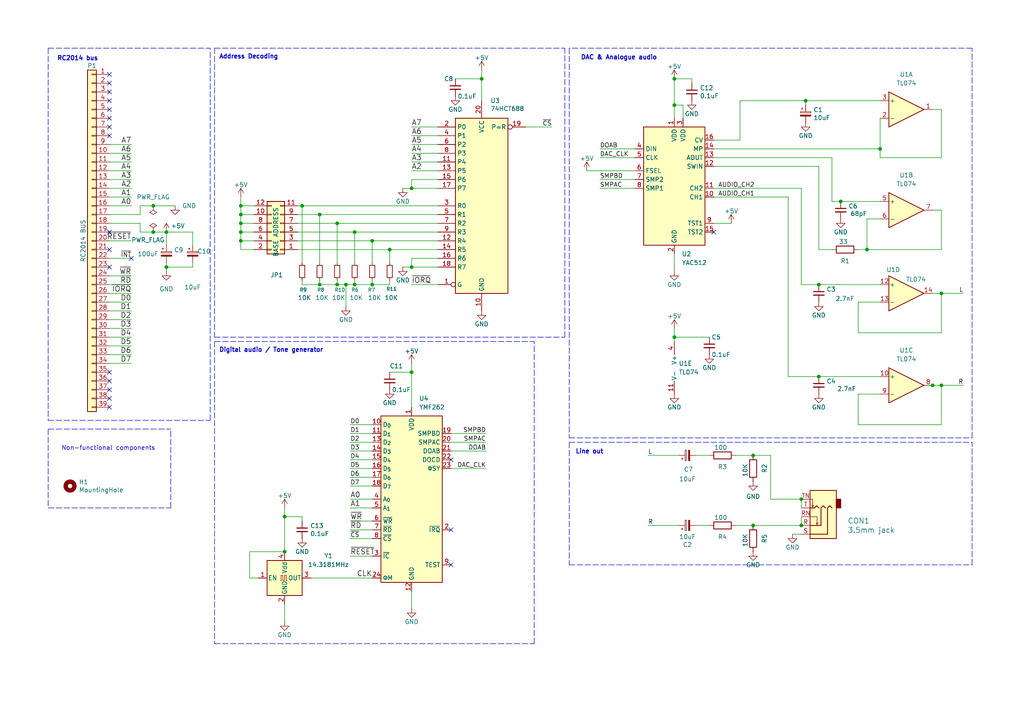
<source format=kicad_sch>
(kicad_sch (version 20250114) (generator "eeschema") (generator_version "9.0")
  (paper "A4")
  (title_block (title "RCBUS OPL3 sound card") (date "${DATE}") (rev "${VERSION}") (comment 1 "these are the things that dreams are made of") (comment 2 "${GIT_HASH}"))
  (lib_symbols
    (symbol "74xx:74HCT688"
      (property "Reference" "U" (at -7.62 26.67 0))
      (property "Value" "74HCT688" (at -7.62 -26.67 0))
      (symbol "74HCT688_1_0"
        (pin input line (at -12.7 22.86 0) (length 5.08) (name "P0") (number "2"))
        (pin input line (at -12.7 20.32 0) (length 5.08) (name "P1") (number "4"))
        (pin input line (at -12.7 17.78 0) (length 5.08) (name "P2") (number "6"))
        (pin input line (at -12.7 15.24 0) (length 5.08) (name "P3") (number "8"))
        (pin input line (at -12.7 12.7 0) (length 5.08) (name "P4") (number "11"))
        (pin input line (at -12.7 10.16 0) (length 5.08) (name "P5") (number "13"))
        (pin input line (at -12.7 7.62 0) (length 5.08) (name "P6") (number "15"))
        (pin input line (at -12.7 5.08 0) (length 5.08) (name "P7") (number "17"))
        (pin input line (at -12.7 0 0) (length 5.08) (name "R0") (number "3"))
        (pin input line (at -12.7 -2.54 0) (length 5.08) (name "R1") (number "5"))
        (pin input line (at -12.7 -5.08 0) (length 5.08) (name "R2") (number "7"))
        (pin input line (at -12.7 -7.62 0) (length 5.08) (name "R3") (number "9"))
        (pin input line (at -12.7 -10.16 0) (length 5.08) (name "R4") (number "12"))
        (pin input line (at -12.7 -12.7 0) (length 5.08) (name "R5") (number "14"))
        (pin input line (at -12.7 -15.24 0) (length 5.08) (name "R6") (number "16"))
        (pin input line (at -12.7 -17.78 0) (length 5.08) (name "R7") (number "18"))
        (pin input inverted (at -12.7 -22.86 0) (length 5.08) (name "G") (number "1"))
        (pin power_in line (at 0 30.48 270) (length 5.08) (name "VCC") (number "20"))
        (pin power_in line (at 0 -30.48 90) (length 5.08) (name "GND") (number "10"))
        (pin output inverted (at 12.7 22.86 180) (length 5.08) (name "P=R") (number "19"))
      )
    )
    (symbol "Amplifier_Operational:TL074" (pin_names (offset 0.127))
      (property "Reference" "U" (at 0 5.08 0))
      (property "Value" "TL074" (at 0 -5.08 0))
      (symbol "TL074_1_1"
        (pin input line (at -7.62 2.54 0) (length 2.54) (name "+") (number "3"))
        (pin input line (at -7.62 -2.54 0) (length 2.54) (name "-") (number "2"))
        (pin output line (at 7.62 0 180) (length 2.54) (name "~") (number "1"))
      )
      (symbol "TL074_2_1"
        (pin input line (at -7.62 2.54 0) (length 2.54) (name "+") (number "5"))
        (pin input line (at -7.62 -2.54 0) (length 2.54) (name "-") (number "6"))
        (pin output line (at 7.62 0 180) (length 2.54) (name "~") (number "7"))
      )
      (symbol "TL074_3_1"
        (pin input line (at -7.62 2.54 0) (length 2.54) (name "+") (number "10"))
        (pin input line (at -7.62 -2.54 0) (length 2.54) (name "-") (number "9"))
        (pin output line (at 7.62 0 180) (length 2.54) (name "~") (number "8"))
      )
      (symbol "TL074_4_1"
        (pin input line (at -7.62 2.54 0) (length 2.54) (name "+") (number "12"))
        (pin input line (at -7.62 -2.54 0) (length 2.54) (name "-") (number "13"))
        (pin output line (at 7.62 0 180) (length 2.54) (name "~") (number "14"))
      )
      (symbol "TL074_5_1"
        (pin power_in line (at -2.54 7.62 270) (length 3.81) (name "V+") (number "4"))
        (pin power_in line (at -2.54 -7.62 90) (length 3.81) (name "V-") (number "11"))
      )
    )
    (symbol "Connector_Audio:AudioJack3_SwitchTR"
      (property "Reference" "J" (at 0 8.89 0))
      (property "Value" "AudioJack3_SwitchTR" (at 0 6.35 0))
      (symbol "AudioJack3_SwitchTR_1_1"
        (pin passive line (at 5.08 2.54 180) (length 2.54) (name "~") (number "S"))
        (pin passive line (at 5.08 0 180) (length 2.54) (name "~") (number "R"))
        (pin passive line (at 5.08 -2.54 180) (length 2.54) (name "~") (number "RN"))
        (pin passive line (at 5.08 -5.08 180) (length 2.54) (name "~") (number "T"))
        (pin passive line (at 5.08 -7.62 180) (length 2.54) (name "~") (number "TN"))
      )
    )
    (symbol "Connector_Generic:Conn_01x39" (pin_names (offset 1.016) hide)
      (property "Reference" "J" (at 0 50.8 0))
      (property "Value" "Conn_01x39" (at 0 -50.8 0))
      (symbol "Conn_01x39_1_1"
        (pin passive line (at -5.08 48.26 0) (length 3.81) (name "Pin_1") (number "1"))
        (pin passive line (at -5.08 45.72 0) (length 3.81) (name "Pin_2") (number "2"))
        (pin passive line (at -5.08 43.18 0) (length 3.81) (name "Pin_3") (number "3"))
        (pin passive line (at -5.08 40.64 0) (length 3.81) (name "Pin_4") (number "4"))
        (pin passive line (at -5.08 38.1 0) (length 3.81) (name "Pin_5") (number "5"))
        (pin passive line (at -5.08 35.56 0) (length 3.81) (name "Pin_6") (number "6"))
        (pin passive line (at -5.08 33.02 0) (length 3.81) (name "Pin_7") (number "7"))
        (pin passive line (at -5.08 30.48 0) (length 3.81) (name "Pin_8") (number "8"))
        (pin passive line (at -5.08 27.94 0) (length 3.81) (name "Pin_9") (number "9"))
        (pin passive line (at -5.08 25.4 0) (length 3.81) (name "Pin_10") (number "10"))
        (pin passive line (at -5.08 22.86 0) (length 3.81) (name "Pin_11") (number "11"))
        (pin passive line (at -5.08 20.32 0) (length 3.81) (name "Pin_12") (number "12"))
        (pin passive line (at -5.08 17.78 0) (length 3.81) (name "Pin_13") (number "13"))
        (pin passive line (at -5.08 15.24 0) (length 3.81) (name "Pin_14") (number "14"))
        (pin passive line (at -5.08 12.7 0) (length 3.81) (name "Pin_15") (number "15"))
        (pin passive line (at -5.08 10.16 0) (length 3.81) (name "Pin_16") (number "16"))
        (pin passive line (at -5.08 7.62 0) (length 3.81) (name "Pin_17") (number "17"))
        (pin passive line (at -5.08 5.08 0) (length 3.81) (name "Pin_18") (number "18"))
        (pin passive line (at -5.08 2.54 0) (length 3.81) (name "Pin_19") (number "19"))
        (pin passive line (at -5.08 0 0) (length 3.81) (name "Pin_20") (number "20"))
        (pin passive line (at -5.08 -2.54 0) (length 3.81) (name "Pin_21") (number "21"))
        (pin passive line (at -5.08 -5.08 0) (length 3.81) (name "Pin_22") (number "22"))
        (pin passive line (at -5.08 -7.62 0) (length 3.81) (name "Pin_23") (number "23"))
        (pin passive line (at -5.08 -10.16 0) (length 3.81) (name "Pin_24") (number "24"))
        (pin passive line (at -5.08 -12.7 0) (length 3.81) (name "Pin_25") (number "25"))
        (pin passive line (at -5.08 -15.24 0) (length 3.81) (name "Pin_26") (number "26"))
        (pin passive line (at -5.08 -17.78 0) (length 3.81) (name "Pin_27") (number "27"))
        (pin passive line (at -5.08 -20.32 0) (length 3.81) (name "Pin_28") (number "28"))
        (pin passive line (at -5.08 -22.86 0) (length 3.81) (name "Pin_29") (number "29"))
        (pin passive line (at -5.08 -25.4 0) (length 3.81) (name "Pin_30") (number "30"))
        (pin passive line (at -5.08 -27.94 0) (length 3.81) (name "Pin_31") (number "31"))
        (pin passive line (at -5.08 -30.48 0) (length 3.81) (name "Pin_32") (number "32"))
        (pin passive line (at -5.08 -33.02 0) (length 3.81) (name "Pin_33") (number "33"))
        (pin passive line (at -5.08 -35.56 0) (length 3.81) (name "Pin_34") (number "34"))
        (pin passive line (at -5.08 -38.1 0) (length 3.81) (name "Pin_35") (number "35"))
        (pin passive line (at -5.08 -40.64 0) (length 3.81) (name "Pin_36") (number "36"))
        (pin passive line (at -5.08 -43.18 0) (length 3.81) (name "Pin_37") (number "37"))
        (pin passive line (at -5.08 -45.72 0) (length 3.81) (name "Pin_38") (number "38"))
        (pin passive line (at -5.08 -48.26 0) (length 3.81) (name "Pin_39") (number "39"))
      )
    )
    (symbol "Connector_Generic:Conn_02x06_Odd_Even" (pin_names (offset 1.016) hide)
      (property "Reference" "J" (at 1.27 7.62 0))
      (property "Value" "Conn_02x06_Odd_Even" (at 1.27 -10.16 0))
      (symbol "Conn_02x06_Odd_Even_1_1"
        (pin passive line (at -5.08 5.08 0) (length 3.81) (name "Pin_1") (number "1"))
        (pin passive line (at -5.08 2.54 0) (length 3.81) (name "Pin_3") (number "3"))
        (pin passive line (at -5.08 0 0) (length 3.81) (name "Pin_5") (number "5"))
        (pin passive line (at -5.08 -2.54 0) (length 3.81) (name "Pin_7") (number "7"))
        (pin passive line (at -5.08 -5.08 0) (length 3.81) (name "Pin_9") (number "9"))
        (pin passive line (at -5.08 -7.62 0) (length 3.81) (name "Pin_11") (number "11"))
        (pin passive line (at 7.62 5.08 180) (length 3.81) (name "Pin_2") (number "2"))
        (pin passive line (at 7.62 2.54 180) (length 3.81) (name "Pin_4") (number "4"))
        (pin passive line (at 7.62 0 180) (length 3.81) (name "Pin_6") (number "6"))
        (pin passive line (at 7.62 -2.54 180) (length 3.81) (name "Pin_8") (number "8"))
        (pin passive line (at 7.62 -5.08 180) (length 3.81) (name "Pin_10") (number "10"))
        (pin passive line (at 7.62 -7.62 180) (length 3.81) (name "Pin_12") (number "12"))
      )
    )
    (symbol "Device:C_Polarized_Small" (pin_numbers hide) (pin_names (offset 0.254) hide)
      (property "Reference" "C" (at 0.254 1.778 0))
      (property "Value" "C_Polarized_Small" (at 0.254 -2.032 0))
      (symbol "C_Polarized_Small_1_1"
        (pin passive line (at 0 2.54 270) (length 1.8542) (name "~") (number "1"))
        (pin passive line (at 0 -2.54 90) (length 1.8542) (name "~") (number "2"))
      )
    )
    (symbol "Device:C_Small" (pin_numbers hide) (pin_names (offset 0.254) hide)
      (property "Reference" "C" (at 0.254 1.778 0))
      (property "Value" "C_Small" (at 0.254 -2.032 0))
      (symbol "C_Small_1_1"
        (pin passive line (at 0 2.54 270) (length 2.032) (name "~") (number "1"))
        (pin passive line (at 0 -2.54 90) (length 2.032) (name "~") (number "2"))
      )
    )
    (symbol "Device:R" (pin_numbers hide) (pin_names (offset 0))
      (property "Reference" "R" (at 2.032 0 90))
      (property "Value" "R" (at 0 0 90))
      (symbol "R_1_1"
        (pin passive line (at 0 3.81 270) (length 1.27) (name "~") (number "1"))
        (pin passive line (at 0 -3.81 90) (length 1.27) (name "~") (number "2"))
      )
    )
    (symbol "Device:R_Small" (pin_numbers hide) (pin_names (offset 0.254) hide)
      (property "Reference" "R" (at 0 0 90))
      (property "Value" "R_Small" (at 1.778 0 90))
      (symbol "R_Small_1_1"
        (pin passive line (at 0 2.54 270) (length 0.762) (name "~") (number "1"))
        (pin passive line (at 0 -2.54 90) (length 0.762) (name "~") (number "2"))
      )
    )
    (symbol "Mechanical:MountingHole" (pin_names (offset 1.016)) (in_bom no)
      (property "Reference" "H" (at 0 5.08 0))
      (property "Value" "MountingHole" (at 0 3.175 0))
    )
    (symbol "Oscillator:ASV-xxxMHz" (pin_names (offset 0.254))
      (property "Reference" "Y" (at -5.08 6.35 0))
      (property "Value" "ASV-xxxMHz" (at 1.27 -6.35 0))
      (symbol "ASV-xxxMHz_1_1"
        (pin input line (at -7.62 0 0) (length 2.54) (name "EN") (number "1"))
        (pin power_in line (at 0 7.62 270) (length 2.54) (name "Vdd") (number "4"))
        (pin power_in line (at 0 -7.62 90) (length 2.54) (name "GND") (number "2"))
        (pin output line (at 7.62 0 180) (length 2.54) (name "OUT") (number "3"))
      )
    )
    (symbol "electrified:YAC512"
      (property "Reference" "U" (at -7.874 19.304 0))
      (property "Value" "YAC512" (at 7.112 19.304 0))
      (symbol "YAC512_1_0"
        (pin input line (at -11.43 8.89 0) (length 2.54) (name "CLK") (number "5"))
        (pin power_in line (at 2.54 20.32 270) (length 2.54) (name "VDD") (number "3"))
        (pin input line (at 11.43 -10.16 180) (length 2.54) (name "TST1") (number "9"))
      )
      (symbol "YAC512_1_1"
        (pin input line (at -11.43 11.43 0) (length 2.54) (name "DIN") (number "4"))
        (pin input line (at -11.43 5.08 0) (length 2.54) (name "FSEL") (number "6"))
        (pin input line (at -11.43 2.54 0) (length 2.54) (name "SMP2") (number "7"))
        (pin input line (at -11.43 0 0) (length 2.54) (name "SMP1") (number "8"))
        (pin power_in line (at 0 20.32 270) (length 2.54) (name "VDD") (number "1"))
        (pin passive line (at 0 -19.05 90) (length 2.54) (name "GND") (number "2"))
        (pin bidirectional line (at 11.43 13.97 180) (length 2.54) (name "CV") (number "16"))
        (pin input line (at 11.43 11.43 180) (length 2.54) (name "MP") (number "14"))
        (pin output line (at 11.43 8.89 180) (length 2.54) (name "AOUT") (number "13"))
        (pin input line (at 11.43 6.35 180) (length 2.54) (name "SWIN") (number "12"))
        (pin output line (at 11.43 0 180) (length 2.54) (name "CH2") (number "11"))
        (pin output line (at 11.43 -2.54 180) (length 2.54) (name "CH1") (number "10"))
        (pin output line (at 11.43 -12.7 180) (length 2.54) (name "TST2") (number "15"))
      )
    )
    (symbol "electrified:YMF262"
      (property "Reference" "U" (at -7.874 19.304 0))
      (property "Value" "YMF262" (at 7.112 19.304 0))
      (symbol "YMF262_1_0"
        (pin input line (at -11.43 -8.89 0) (length 2.54) (name "A_{1}") (number "5"))
        (pin input line (at -11.43 -22.86 0) (length 2.54) (name "~{IC}") (number "3"))
        (pin output line (at 11.43 -25.4 180) (length 2.54) (name "TEST") (number "9"))
      )
      (symbol "YMF262_1_1"
        (pin bidirectional line (at -11.43 15.24 0) (length 2.54) (name "D_{0}") (number "10"))
        (pin bidirectional line (at -11.43 12.7 0) (length 2.54) (name "D_{1}") (number "11"))
        (pin bidirectional line (at -11.43 10.16 0) (length 2.54) (name "D_{2}") (number "13"))
        (pin bidirectional line (at -11.43 7.62 0) (length 2.54) (name "D_{3}") (number "14"))
        (pin bidirectional line (at -11.43 5.08 0) (length 2.54) (name "D_{4}") (number "15"))
        (pin bidirectional line (at -11.43 2.54 0) (length 2.54) (name "D_{5}") (number "16"))
        (pin bidirectional line (at -11.43 0 0) (length 2.54) (name "D_{6}") (number "17"))
        (pin bidirectional line (at -11.43 -2.54 0) (length 2.54) (name "D_{7}") (number "18"))
        (pin input line (at -11.43 -6.35 0) (length 2.54) (name "A_{0}") (number "4"))
        (pin input line (at -11.43 -12.7 0) (length 2.54) (name "~{WR}") (number "6"))
        (pin input line (at -11.43 -15.24 0) (length 2.54) (name "~{RD}") (number "7"))
        (pin input line (at -11.43 -17.78 0) (length 2.54) (name "~{CS}") (number "8"))
        (pin input line (at -11.43 -29.21 0) (length 2.54) (name "ΦM") (number "24"))
        (pin power_in line (at 0 20.32 270) (length 2.54) (name "VDD") (number "1"))
        (pin passive line (at 0 -33.02 90) (length 2.54) (name "GND") (number "12"))
        (pin output line (at 11.43 12.7 180) (length 2.54) (name "SMPBD") (number "19"))
        (pin output line (at 11.43 10.16 180) (length 2.54) (name "SMPAC") (number "20"))
        (pin output line (at 11.43 7.62 180) (length 2.54) (name "DOAB") (number "21"))
        (pin output line (at 11.43 5.08 180) (length 2.54) (name "DOCD") (number "22"))
        (pin output line (at 11.43 2.54 180) (length 2.54) (name "ΦSY") (number "23"))
        (pin open_collector line (at 11.43 -15.24 180) (length 2.54) (name "~{IRQ}") (number "2"))
      )
    )
    (symbol "power:+5V" (power) (pin_numbers hide) (pin_names (offset 0) hide)
      (property "Value" "+5V" (at 0 3.556 0))
      (symbol "+5V_1_1"
        (pin power_in line (at 0 0 90) (length 0) (name "~") (number "1"))
      )
    )
    (symbol "power:GND" (power) (pin_numbers hide) (pin_names (offset 0) hide)
      (property "Value" "GND" (at 0 -3.81 0))
      (symbol "GND_1_1"
        (pin power_in line (at 0 0 270) (length 0) (name "~") (number "1"))
      )
    )
    (symbol "power:PWR_FLAG" (power) (pin_numbers hide) (pin_names (offset 0) hide)
      (property "Value" "PWR_FLAG" (at 0 3.81 0))
      (symbol "PWR_FLAG_0_0"
        (pin power_out line (at 0 0 90) (length 0) (name "~") (number "1"))
      )
    )
  )
  (junction (at 102.87 82.55))
  (junction (at 97.79 64.77))
  (junction (at 92.71 82.55))
  (junction (at 113.03 72.39))
  (junction (at 218.44 132.08))
  (junction (at 195.58 30.48))
  (junction (at 251.46 72.39))
  (junction (at 102.87 67.31))
  (junction (at 119.38 107.95))
  (junction (at 69.85 59.69))
  (junction (at 97.79 82.55))
  (junction (at 255.27 43.18))
  (junction (at 270.51 111.76))
  (junction (at 273.05 111.76))
  (junction (at 87.63 59.69))
  (junction (at 48.26 67.31))
  (junction (at 69.85 69.85))
  (junction (at 44.45 59.69))
  (junction (at 233.68 29.21))
  (junction (at 69.85 67.31))
  (junction (at 243.84 58.42))
  (junction (at 139.7 22.86))
  (junction (at 237.49 109.22))
  (junction (at 107.95 82.55))
  (junction (at 69.85 64.77))
  (junction (at 44.45 67.31))
  (junction (at 82.55 149.86))
  (junction (at 100.33 82.55))
  (junction (at 48.26 77.47))
  (junction (at 232.41 144.78))
  (junction (at 195.58 97.79))
  (junction (at 82.55 160.02))
  (junction (at 237.49 82.55))
  (junction (at 273.05 85.09))
  (junction (at 195.58 22.86))
  (junction (at 119.38 54.61))
  (junction (at 69.85 62.23))
  (junction (at 92.71 62.23))
  (junction (at 218.44 152.4))
  (junction (at 232.41 152.4))
  (junction (at 119.38 77.47))
  (junction (at 107.95 69.85))
  (no_connect (at 130.81 153.67))
  (no_connect (at 130.81 163.83))
  (no_connect (at 31.75 67.31))
  (no_connect (at 31.75 118.11))
  (no_connect (at 31.75 113.03))
  (no_connect (at 31.75 26.67))
  (no_connect (at 207.01 67.31))
  (no_connect (at 130.81 133.35))
  (no_connect (at 31.75 24.13))
  (no_connect (at 31.75 77.47))
  (no_connect (at 31.75 110.49))
  (no_connect (at 31.75 21.59))
  (no_connect (at 31.75 36.83))
  (no_connect (at 31.75 107.95))
  (no_connect (at 31.75 39.37))
  (no_connect (at 31.75 34.29))
  (no_connect (at 31.75 115.57))
  (no_connect (at 31.75 29.21))
  (no_connect (at 31.75 31.75))
  (no_connect (at 31.75 72.39))
  (no_connect (at 38.1 74.93))
  (polyline (pts (xy 281.94 127) (xy 281.94 13.97)) (stroke (width 0) (type dash)))
  (wire (pts (xy 116.84 77.47) (xy 119.38 77.47)))
  (wire (pts (xy 40.64 59.69) (xy 44.45 59.69)))
  (wire (pts (xy 48.26 71.12) (xy 48.26 67.31)))
  (wire (pts (xy 273.05 111.76) (xy 279.4 111.76)))
  (wire (pts (xy 214.63 29.21) (xy 233.68 29.21)))
  (wire (pts (xy 72.39 160.02) (xy 72.39 167.64)))
  (wire (pts (xy 40.64 67.31) (xy 44.45 67.31)))
  (wire (pts (xy 101.6 123.19) (xy 107.95 123.19)))
  (wire (pts (xy 255.27 43.18) (xy 255.27 45.72)))
  (polyline (pts (xy 62.23 99.06) (xy 62.23 186.69)) (stroke (width 0) (type dash)))
  (wire (pts (xy 101.6 161.29) (xy 107.95 161.29)))
  (wire (pts (xy 119.38 52.07) (xy 127 52.07)))
  (polyline (pts (xy 165.1 128.27) (xy 165.1 163.83)) (stroke (width 0) (type dash)))
  (wire (pts (xy 119.38 46.99) (xy 127 46.99)))
  (wire (pts (xy 69.85 69.85) (xy 69.85 72.39)))
  (polyline (pts (xy 49.53 147.32) (xy 49.53 124.46)) (stroke (width 0) (type dash)))
  (wire (pts (xy 207.01 54.61) (xy 232.41 54.61)))
  (wire (pts (xy 101.6 135.89) (xy 107.95 135.89)))
  (wire (pts (xy 119.38 41.91) (xy 127 41.91)))
  (wire (pts (xy 86.36 62.23) (xy 92.71 62.23)))
  (wire (pts (xy 232.41 147.32) (xy 232.41 144.78)))
  (wire (pts (xy 207.01 48.26) (xy 237.49 48.26)))
  (wire (pts (xy 201.93 132.08) (xy 205.74 132.08)))
  (wire (pts (xy 119.38 107.95) (xy 119.38 118.11)))
  (wire (pts (xy 130.81 128.27) (xy 140.97 128.27)))
  (wire (pts (xy 38.1 95.25) (xy 31.75 95.25)))
  (wire (pts (xy 119.38 82.55) (xy 127 82.55)))
  (wire (pts (xy 119.38 49.53) (xy 127 49.53)))
  (wire (pts (xy 44.45 59.69) (xy 50.8 59.69)))
  (polyline (pts (xy 13.97 124.46) (xy 49.53 124.46)) (stroke (width 0) (type dash)))
  (wire (pts (xy 228.6 57.15) (xy 228.6 109.22)))
  (polyline (pts (xy 62.23 186.69) (xy 154.94 186.69)) (stroke (width 0) (type dash)))
  (wire (pts (xy 38.1 90.17) (xy 31.75 90.17)))
  (wire (pts (xy 207.01 45.72) (xy 241.3 45.72)))
  (wire (pts (xy 119.38 54.61) (xy 127 54.61)))
  (polyline (pts (xy 165.1 128.27) (xy 281.94 128.27)) (stroke (width 0) (type dash)))
  (wire (pts (xy 107.95 69.85) (xy 107.95 76.2)))
  (wire (pts (xy 273.05 111.76) (xy 273.05 123.19)))
  (wire (pts (xy 40.64 64.77) (xy 40.64 67.31)))
  (wire (pts (xy 92.71 62.23) (xy 92.71 76.2)))
  (wire (pts (xy 195.58 22.86) (xy 200.66 22.86)))
  (wire (pts (xy 195.58 97.79) (xy 195.58 95.25)))
  (wire (pts (xy 248.92 123.19) (xy 248.92 114.3)))
  (wire (pts (xy 101.6 128.27) (xy 107.95 128.27)))
  (wire (pts (xy 207.01 40.64) (xy 214.63 40.64)))
  (wire (pts (xy 55.88 76.2) (xy 55.88 77.47)))
  (wire (pts (xy 101.6 151.13) (xy 107.95 151.13)))
  (wire (pts (xy 223.52 144.78) (xy 232.41 144.78)))
  (wire (pts (xy 195.58 97.79) (xy 205.74 97.79)))
  (wire (pts (xy 38.1 74.93) (xy 31.75 74.93)))
  (wire (pts (xy 269.24 111.76) (xy 270.51 111.76)))
  (wire (pts (xy 87.63 82.55) (xy 92.71 82.55)))
  (wire (pts (xy 82.55 175.26) (xy 82.55 180.34)))
  (wire (pts (xy 40.64 62.23) (xy 40.64 59.69)))
  (wire (pts (xy 38.1 59.69) (xy 31.75 59.69)))
  (wire (pts (xy 38.1 82.55) (xy 31.75 82.55)))
  (wire (pts (xy 38.1 105.41) (xy 31.75 105.41)))
  (wire (pts (xy 248.92 96.52) (xy 273.05 96.52)))
  (wire (pts (xy 97.79 82.55) (xy 97.79 81.28)))
  (wire (pts (xy 195.58 99.06) (xy 195.58 97.79)))
  (wire (pts (xy 82.55 149.86) (xy 82.55 160.02)))
  (wire (pts (xy 119.38 171.45) (xy 119.38 176.53)))
  (wire (pts (xy 69.85 72.39) (xy 73.66 72.39)))
  (polyline (pts (xy 13.97 147.32) (xy 49.53 147.32)) (stroke (width 0) (type dash)))
  (wire (pts (xy 113.03 107.95) (xy 119.38 107.95)))
  (wire (pts (xy 207.01 64.77) (xy 212.09 64.77)))
  (wire (pts (xy 86.36 64.77) (xy 97.79 64.77)))
  (wire (pts (xy 207.01 43.18) (xy 255.27 43.18)))
  (wire (pts (xy 130.81 125.73) (xy 140.97 125.73)))
  (wire (pts (xy 170.18 49.53) (xy 184.15 49.53)))
  (wire (pts (xy 119.38 74.93) (xy 119.38 77.47)))
  (wire (pts (xy 130.81 130.81) (xy 140.97 130.81)))
  (wire (pts (xy 38.1 85.09) (xy 31.75 85.09)))
  (wire (pts (xy 152.4 36.83) (xy 160.02 36.83)))
  (wire (pts (xy 69.85 62.23) (xy 73.66 62.23)))
  (wire (pts (xy 218.44 132.08) (xy 223.52 132.08)))
  (wire (pts (xy 38.1 69.85) (xy 31.75 69.85)))
  (wire (pts (xy 213.36 152.4) (xy 218.44 152.4)))
  (wire (pts (xy 173.99 54.61) (xy 184.15 54.61)))
  (wire (pts (xy 255.27 63.5) (xy 251.46 63.5)))
  (wire (pts (xy 107.95 82.55) (xy 113.03 82.55)))
  (wire (pts (xy 101.6 138.43) (xy 107.95 138.43)))
  (wire (pts (xy 132.08 22.86) (xy 139.7 22.86)))
  (wire (pts (xy 82.55 147.32) (xy 82.55 149.86)))
  (wire (pts (xy 119.38 39.37) (xy 127 39.37)))
  (wire (pts (xy 69.85 64.77) (xy 73.66 64.77)))
  (wire (pts (xy 228.6 109.22) (xy 237.49 109.22)))
  (polyline (pts (xy 281.94 163.83) (xy 281.94 128.27)) (stroke (width 0) (type dash)))
  (wire (pts (xy 69.85 59.69) (xy 69.85 62.23)))
  (wire (pts (xy 86.36 59.69) (xy 87.63 59.69)))
  (wire (pts (xy 116.84 54.61) (xy 119.38 54.61)))
  (wire (pts (xy 195.58 22.86) (xy 195.58 30.48)))
  (wire (pts (xy 87.63 149.86) (xy 87.63 151.13)))
  (wire (pts (xy 44.45 67.31) (xy 48.26 67.31)))
  (wire (pts (xy 233.68 30.48) (xy 233.68 29.21)))
  (wire (pts (xy 139.7 20.32) (xy 139.7 22.86)))
  (wire (pts (xy 69.85 57.15) (xy 69.85 59.69)))
  (wire (pts (xy 101.6 140.97) (xy 107.95 140.97)))
  (wire (pts (xy 86.36 69.85) (xy 107.95 69.85)))
  (polyline (pts (xy 281.94 13.97) (xy 165.1 13.97)) (stroke (width 0) (type dash)))
  (wire (pts (xy 139.7 22.86) (xy 139.7 29.21)))
  (wire (pts (xy 86.36 72.39) (xy 113.03 72.39)))
  (wire (pts (xy 107.95 69.85) (xy 127 69.85)))
  (wire (pts (xy 241.3 45.72) (xy 241.3 58.42)))
  (wire (pts (xy 87.63 82.55) (xy 87.63 81.28)))
  (wire (pts (xy 38.1 57.15) (xy 31.75 57.15)))
  (wire (pts (xy 223.52 132.08) (xy 223.52 144.78)))
  (wire (pts (xy 113.03 72.39) (xy 113.03 76.2)))
  (wire (pts (xy 86.36 67.31) (xy 102.87 67.31)))
  (wire (pts (xy 101.6 133.35) (xy 107.95 133.35)))
  (wire (pts (xy 248.92 123.19) (xy 273.05 123.19)))
  (wire (pts (xy 201.93 152.4) (xy 205.74 152.4)))
  (wire (pts (xy 237.49 109.22) (xy 255.27 109.22)))
  (wire (pts (xy 241.3 58.42) (xy 243.84 58.42)))
  (wire (pts (xy 48.26 77.47) (xy 55.88 77.47)))
  (wire (pts (xy 40.64 64.77) (xy 31.75 64.77)))
  (wire (pts (xy 38.1 54.61) (xy 31.75 54.61)))
  (wire (pts (xy 38.1 46.99) (xy 31.75 46.99)))
  (wire (pts (xy 213.36 132.08) (xy 218.44 132.08)))
  (wire (pts (xy 38.1 49.53) (xy 31.75 49.53)))
  (wire (pts (xy 232.41 82.55) (xy 237.49 82.55)))
  (wire (pts (xy 69.85 67.31) (xy 69.85 69.85)))
  (wire (pts (xy 273.05 31.75) (xy 273.05 45.72)))
  (wire (pts (xy 69.85 69.85) (xy 73.66 69.85)))
  (wire (pts (xy 198.12 34.29) (xy 198.12 30.48)))
  (wire (pts (xy 273.05 85.09) (xy 279.4 85.09)))
  (polyline (pts (xy 165.1 13.97) (xy 165.1 127)) (stroke (width 0) (type dash)))
  (wire (pts (xy 48.26 76.2) (xy 48.26 77.47)))
  (wire (pts (xy 38.1 41.91) (xy 31.75 41.91)))
  (wire (pts (xy 87.63 59.69) (xy 127 59.69)))
  (wire (pts (xy 248.92 87.63) (xy 255.27 87.63)))
  (wire (pts (xy 38.1 87.63) (xy 31.75 87.63)))
  (wire (pts (xy 119.38 44.45) (xy 127 44.45)))
  (wire (pts (xy 87.63 59.69) (xy 87.63 76.2)))
  (polyline (pts (xy 13.97 13.97) (xy 60.96 13.97)) (stroke (width 0) (type dash)))
  (wire (pts (xy 173.99 52.07) (xy 184.15 52.07)))
  (wire (pts (xy 38.1 102.87) (xy 31.75 102.87)))
  (wire (pts (xy 255.27 34.29) (xy 255.27 43.18)))
  (wire (pts (xy 270.51 85.09) (xy 273.05 85.09)))
  (wire (pts (xy 102.87 82.55) (xy 107.95 82.55)))
  (wire (pts (xy 248.92 72.39) (xy 251.46 72.39)))
  (polyline (pts (xy 163.83 97.79) (xy 163.83 13.97)) (stroke (width 0) (type dash)))
  (wire (pts (xy 97.79 64.77) (xy 97.79 76.2)))
  (wire (pts (xy 102.87 82.55) (xy 102.87 81.28)))
  (polyline (pts (xy 62.23 99.06) (xy 154.94 99.06)) (stroke (width 0) (type dash)))
  (polyline (pts (xy 154.94 186.69) (xy 154.94 99.06)) (stroke (width 0) (type dash)))
  (wire (pts (xy 243.84 58.42) (xy 255.27 58.42)))
  (wire (pts (xy 214.63 29.21) (xy 214.63 40.64)))
  (wire (pts (xy 38.1 44.45) (xy 31.75 44.45)))
  (wire (pts (xy 107.95 82.55) (xy 107.95 81.28)))
  (wire (pts (xy 40.64 62.23) (xy 31.75 62.23)))
  (wire (pts (xy 233.68 29.21) (xy 255.27 29.21)))
  (wire (pts (xy 82.55 160.02) (xy 72.39 160.02)))
  (wire (pts (xy 38.1 100.33) (xy 31.75 100.33)))
  (wire (pts (xy 232.41 152.4) (xy 232.41 149.86)))
  (polyline (pts (xy 13.97 121.92) (xy 60.96 121.92)) (stroke (width 0) (type dash)))
  (wire (pts (xy 195.58 30.48) (xy 195.58 34.29)))
  (wire (pts (xy 207.01 57.15) (xy 228.6 57.15)))
  (wire (pts (xy 119.38 52.07) (xy 119.38 54.61)))
  (wire (pts (xy 102.87 67.31) (xy 102.87 76.2)))
  (wire (pts (xy 113.03 81.28) (xy 113.03 82.55)))
  (wire (pts (xy 218.44 152.4) (xy 232.41 152.4)))
  (polyline (pts (xy 62.23 13.97) (xy 62.23 97.79)) (stroke (width 0) (type dash)))
  (polyline (pts (xy 165.1 163.83) (xy 281.94 163.83)) (stroke (width 0) (type dash)))
  (wire (pts (xy 101.6 156.21) (xy 107.95 156.21)))
  (wire (pts (xy 101.6 153.67) (xy 107.95 153.67)))
  (wire (pts (xy 72.39 167.64) (xy 74.93 167.64)))
  (wire (pts (xy 69.85 67.31) (xy 73.66 67.31)))
  (wire (pts (xy 200.66 22.86) (xy 200.66 24.13)))
  (polyline (pts (xy 13.97 124.46) (xy 13.97 147.32)) (stroke (width 0) (type dash)))
  (wire (pts (xy 113.03 72.39) (xy 127 72.39)))
  (wire (pts (xy 102.87 67.31) (xy 127 67.31)))
  (wire (pts (xy 92.71 62.23) (xy 127 62.23)))
  (polyline (pts (xy 60.96 121.92) (xy 60.96 13.97)) (stroke (width 0) (type dash)))
  (wire (pts (xy 127 74.93) (xy 119.38 74.93)))
  (wire (pts (xy 101.6 147.32) (xy 107.95 147.32)))
  (wire (pts (xy 251.46 63.5) (xy 251.46 72.39)))
  (wire (pts (xy 232.41 54.61) (xy 232.41 82.55)))
  (wire (pts (xy 237.49 72.39) (xy 241.3 72.39)))
  (wire (pts (xy 195.58 73.66) (xy 195.58 78.74)))
  (wire (pts (xy 237.49 48.26) (xy 237.49 72.39)))
  (wire (pts (xy 119.38 105.41) (xy 119.38 107.95)))
  (wire (pts (xy 69.85 62.23) (xy 69.85 64.77)))
  (polyline (pts (xy 13.97 13.97) (xy 13.97 121.92)) (stroke (width 0) (type dash)))
  (wire (pts (xy 237.49 82.55) (xy 255.27 82.55)))
  (wire (pts (xy 187.96 152.4) (xy 196.85 152.4)))
  (wire (pts (xy 130.81 135.89) (xy 140.97 135.89)))
  (wire (pts (xy 273.05 45.72) (xy 255.27 45.72)))
  (wire (pts (xy 92.71 82.55) (xy 97.79 82.55)))
  (polyline (pts (xy 62.23 13.97) (xy 163.83 13.97)) (stroke (width 0) (type dash)))
  (wire (pts (xy 90.17 167.64) (xy 107.95 167.64)))
  (polyline (pts (xy 165.1 127) (xy 281.94 127)) (stroke (width 0) (type dash)))
  (wire (pts (xy 187.96 132.08) (xy 196.85 132.08)))
  (wire (pts (xy 38.1 97.79) (xy 31.75 97.79)))
  (wire (pts (xy 38.1 92.71) (xy 31.75 92.71)))
  (wire (pts (xy 248.92 96.52) (xy 248.92 87.63)))
  (wire (pts (xy 101.6 130.81) (xy 107.95 130.81)))
  (wire (pts (xy 198.12 30.48) (xy 195.58 30.48)))
  (wire (pts (xy 100.33 88.9) (xy 100.33 82.55)))
  (polyline (pts (xy 62.23 97.79) (xy 163.83 97.79)) (stroke (width 0) (type dash)))
  (wire (pts (xy 92.71 82.55) (xy 92.71 81.28)))
  (wire (pts (xy 173.99 43.18) (xy 184.15 43.18)))
  (wire (pts (xy 38.1 80.01) (xy 31.75 80.01)))
  (wire (pts (xy 270.51 31.75) (xy 273.05 31.75)))
  (wire (pts (xy 48.26 77.47) (xy 48.26 78.74)))
  (wire (pts (xy 55.88 71.12) (xy 55.88 67.31)))
  (wire (pts (xy 251.46 72.39) (xy 273.05 72.39)))
  (wire (pts (xy 69.85 59.69) (xy 73.66 59.69)))
  (wire (pts (xy 273.05 85.09) (xy 273.05 96.52)))
  (wire (pts (xy 173.99 45.72) (xy 184.15 45.72)))
  (wire (pts (xy 55.88 67.31) (xy 48.26 67.31)))
  (wire (pts (xy 119.38 77.47) (xy 127 77.47)))
  (wire (pts (xy 119.38 36.83) (xy 127 36.83)))
  (wire (pts (xy 82.55 149.86) (xy 87.63 149.86)))
  (wire (pts (xy 101.6 125.73) (xy 107.95 125.73)))
  (wire (pts (xy 38.1 52.07) (xy 31.75 52.07)))
  (wire (pts (xy 69.85 64.77) (xy 69.85 67.31)))
  (wire (pts (xy 248.92 114.3) (xy 255.27 114.3)))
  (wire (pts (xy 101.6 144.78) (xy 107.95 144.78)))
  (wire (pts (xy 273.05 60.96) (xy 270.51 60.96)))
  (wire (pts (xy 97.79 64.77) (xy 127 64.77)))
  (wire (pts (xy 100.33 82.55) (xy 102.87 82.55)))
  (wire (pts (xy 270.51 111.76) (xy 273.05 111.76)))
  (wire (pts (xy 273.05 72.39) (xy 273.05 60.96)))
  (wire (pts (xy 97.79 82.55) (xy 100.33 82.55)))
  (wire (pts (xy 229.87 154.94) (xy 232.41 154.94)))
  (text "Non-functional components" (at 17.78 130.81 0) (effects (font (size 1.27 1.27)) (justify left bottom)))
  (text "Line out\n" (at 166.878 131.826 0) (effects (font (size 1.27 1.27) (thickness 0.254) (bold yes)) (justify left bottom)))
  (text "Digital audio / Tone generator" (at 63.5 102.362 0) (effects (font (size 1.27 1.27) (thickness 0.254) (bold yes)) (justify left bottom)))
  (text "Address Decoding" (at 63.5 17.272 0) (effects (font (size 1.27 1.27) (thickness 0.254) (bold yes)) (justify left bottom)))
  (text "DAC & Analogue audio" (at 168.402 17.526 0) (effects (font (size 1.27 1.27) (thickness 0.254) (bold yes)) (justify left bottom)))
  (text "RC2014 bus" (at 16.51 17.78 0) (effects (font (size 1.27 1.27) (thickness 0.254) (bold yes)) (justify left bottom)))
  (label "SMPAC" (at 140.97 128.27 180))
  (label "SMPBD" (at 173.99 52.07 0))
  (label "~{WR}" (at 38.1 80.01 180) (effects (font (size 1.524 1.524))))
  (label "A2" (at 38.1 54.61 180) (effects (font (size 1.524 1.524))))
  (label "~{CS}" (at 160.02 36.83 180))
  (label "D6" (at 101.6 138.43 0))
  (label "D2" (at 38.1 92.71 180) (effects (font (size 1.524 1.524))))
  (label "AUDIO_CH2" (at 208.28 54.61 0))
  (label "DAC_CLK" (at 173.99 45.72 0))
  (label "D4" (at 101.6 133.35 0))
  (label "D1" (at 101.6 125.73 0))
  (label "DAC_CLK" (at 140.97 135.89 180))
  (label "R" (at 279.4 111.76 180))
  (label "A7" (at 119.38 36.83 0) (effects (font (size 1.524 1.524))))
  (label "D2" (at 101.6 128.27 0))
  (label "D1" (at 38.1 90.17 180) (effects (font (size 1.524 1.524))))
  (label "SMPAC" (at 173.99 54.61 0))
  (label "D7" (at 101.6 140.97 0))
  (label "R" (at 187.96 152.4 0))
  (label "~{RD}" (at 101.6 153.67 0) (effects (font (size 1.524 1.524))))
  (label "~{RESET}" (at 101.6 161.29 0) (effects (font (size 1.524 1.524))))
  (label "A3" (at 119.38 46.99 0) (effects (font (size 1.524 1.524))))
  (label "A4" (at 119.38 44.45 0) (effects (font (size 1.524 1.524))))
  (label "A6" (at 38.1 44.45 180) (effects (font (size 1.524 1.524))))
  (label "D5" (at 38.1 100.33 180) (effects (font (size 1.524 1.524))))
  (label "D7" (at 38.1 105.41 180) (effects (font (size 1.524 1.524))))
  (label "~{WR}" (at 101.6 151.13 0) (effects (font (size 1.524 1.524))))
  (label "~{INT}" (at 38.1 74.93 180))
  (label "A1" (at 101.6 147.32 0) (effects (font (size 1.524 1.524))))
  (label "CLK" (at 107.95 167.64 180) (effects (font (size 1.524 1.524))))
  (label "~{RESET}" (at 38.1 69.85 180) (effects (font (size 1.524 1.524))))
  (label "A1" (at 38.1 57.15 180) (effects (font (size 1.524 1.524))))
  (label "~{IORQ}" (at 119.38 82.55 0) (effects (font (size 1.524 1.524))))
  (label "~{RD}" (at 38.1 82.55 180) (effects (font (size 1.524 1.524))))
  (label "A4" (at 38.1 49.53 180) (effects (font (size 1.524 1.524))))
  (label "A2" (at 119.38 49.53 0) (effects (font (size 1.524 1.524))))
  (label "DOAB" (at 173.99 43.18 0))
  (label "SMPBD" (at 140.97 125.73 180))
  (label "A3" (at 38.1 52.07 180) (effects (font (size 1.524 1.524))))
  (label "D5" (at 101.6 135.89 0))
  (label "D0" (at 101.6 123.19 0))
  (label "L" (at 187.96 132.08 0))
  (label "A0" (at 101.6 144.78 0) (effects (font (size 1.524 1.524))))
  (label "~{CS}" (at 101.6 156.21 0))
  (label "D4" (at 38.1 97.79 180) (effects (font (size 1.524 1.524))))
  (label "A6" (at 119.38 39.37 0) (effects (font (size 1.524 1.524))))
  (label "D3" (at 38.1 95.25 180) (effects (font (size 1.524 1.524))))
  (label "D0" (at 38.1 87.63 180) (effects (font (size 1.524 1.524))))
  (label "A5" (at 38.1 46.99 180) (effects (font (size 1.524 1.524))))
  (label "D3" (at 101.6 130.81 0))
  (label "AUDIO_CH1" (at 208.28 57.15 0))
  (label "D6" (at 38.1 102.87 180) (effects (font (size 1.524 1.524))))
  (label "L" (at 279.4 85.09 180))
  (label "A7" (at 38.1 41.91 180) (effects (font (size 1.524 1.524))))
  (label "DOAB" (at 140.97 130.81 180))
  (label "~{IORQ}" (at 38.1 85.09 180) (effects (font (size 1.524 1.524))))
  (label "A5" (at 119.38 41.91 0) (effects (font (size 1.524 1.524))))
  (label "A0" (at 38.1 59.69 180) (effects (font (size 1.524 1.524))))
  (symbol (lib_id "Connector_Generic:Conn_01x39") (at 26.67 69.85 0) (mirror y) (unit 1)
    (property "Reference" "P1" (at 26.67 19.05 0))
    (property "Value" "RC2014 BUS" (at 24.13 69.85 90))
    (property "Footprint" "electrified:PinHeader_1x39_P2.54mm_Vertical" (effects (hide yes)))
    (property "Description" "Generic connector, single row, 01x39, script generated (kicad-library-utils/schlib/autogen/connector/)" (effects (hide yes)))
  )
  (symbol (lib_id "power:GND") (at 50.8 59.69 0) (unit 1)
    (property "Reference" "#PWR02" (effects (hide yes)))
    (property "Value" "GND" (at 54.864 59.69 0))
    (property "Description" "Power symbol creates a global label with name \"GND\" , ground" (effects (hide yes)))
  )
  (symbol (lib_id "power:+5V") (at 48.26 67.31 0) (unit 1)
    (property "Reference" "#PWR3" (effects (hide yes)))
    (property "Value" "+5V" (at 51.562 65.532 0))
    (property "Description" "Power symbol creates a global label with name \"+5V\"" (effects (hide yes)))
  )
  (symbol (lib_id "power:GND") (at 119.38 176.53 0) (unit 1)
    (property "Reference" "#PWR016" (effects (hide yes)))
    (property "Value" "GND" (at 119.38 180.34 0))
    (property "Description" "Power symbol creates a global label with name \"GND\" , ground" (effects (hide yes)))
  )
  (symbol (lib_id "Device:C_Small") (at 132.08 25.4 0) (unit 1)
    (property "Reference" "C8" (at 128.778 22.86 0) (effects (justify left)))
    (property "Value" "0.1uF" (at 132.715 27.94 0) (effects (justify left)))
    (property "Footprint" "Capacitor_SMD:C_0603_1608Metric" (effects (hide yes)))
    (property "Description" "Unpolarized capacitor, small symbol" (effects (hide yes)))
  )
  (symbol (lib_id "Device:C_Small") (at 113.03 110.49 0) (unit 1)
    (property "Reference" "C11" (at 113.03 106.172 0) (effects (justify left)))
    (property "Value" "0.1uF" (at 113.665 113.03 0) (effects (justify left)))
    (property "Footprint" "Capacitor_SMD:C_0603_1608Metric" (effects (hide yes)))
    (property "Description" "Unpolarized capacitor, small symbol" (effects (hide yes)))
  )
  (symbol (lib_id "power:GND") (at 132.08 27.94 0) (unit 1)
    (property "Reference" "#PWR013" (effects (hide yes)))
    (property "Value" "GND" (at 132.08 31.75 0))
    (property "Description" "Power symbol creates a global label with name \"GND\" , ground" (effects (hide yes)))
  )
  (symbol (lib_id "power:GND") (at 113.03 113.03 0) (unit 1)
    (property "Reference" "#PWR021" (effects (hide yes)))
    (property "Value" "GND" (at 113.03 116.84 0))
    (property "Description" "Power symbol creates a global label with name \"GND\" , ground" (effects (hide yes)))
  )
  (symbol (lib_id "Connector_Generic:Conn_02x06_Odd_Even") (at 81.28 67.31 180) (unit 1)
    (property "Reference" "JP1" (at 80.264 79.756 0))
    (property "Value" "BASE ADDRESS" (at 80.01 67.31 90))
    (property "Footprint" "Connector_PinHeader_2.54mm:PinHeader_2x06_P2.54mm_Vertical" (effects (hide yes)))
    (property "Description" "Generic connector, double row, 02x06, odd/even pin numbering scheme (row 1 odd numbers, row 2 even numbers), script generated (kicad-library-utils/schlib/autogen/connector/)" (effects (hide yes)))
  )
  (symbol (lib_id "Device:C_Small") (at 205.74 100.33 0) (unit 1)
    (property "Reference" "C5" (at 206.375 97.79 0) (effects (justify left)))
    (property "Value" "0.1uF" (at 206.375 102.87 0) (effects (justify left)))
    (property "Footprint" "Capacitor_SMD:C_0603_1608Metric" (effects (hide yes)))
    (property "Description" "Unpolarized capacitor, small symbol" (effects (hide yes)))
  )
  (symbol (lib_id "power:PWR_FLAG") (at 44.45 59.69 180) (unit 1)
    (property "Reference" "#FLG01" (effects (hide yes)))
    (property "Value" "PWR_FLAG" (at 44.45 57.15 0))
    (property "Description" "Special symbol for telling ERC where power comes from" (effects (hide yes)))
  )
  (symbol (lib_id "power:PWR_FLAG") (at 44.45 67.31 0) (unit 1)
    (property "Reference" "#FLG02" (effects (hide yes)))
    (property "Value" "PWR_FLAG" (at 42.926 69.596 0))
    (property "Description" "Special symbol for telling ERC where power comes from" (effects (hide yes)))
  )
  (symbol (lib_id "Device:C_Polarized_Small") (at 48.26 73.66 0) (unit 1)
    (property "Reference" "C9" (at 50.4952 72.4916 0) (effects (justify left)))
    (property "Value" "100uF" (at 39.878 73.66 0) (effects (justify left)))
    (property "Footprint" "Capacitor_SMD:CP_Elec_6.3x7.7" (effects (hide yes)))
    (property "Description" "Polarized capacitor, small symbol" (effects (hide yes)))
  )
  (symbol (lib_id "power:GND") (at 82.55 180.34 0) (unit 1)
    (property "Reference" "#PWR010" (effects (hide yes)))
    (property "Value" "GND" (at 82.55 184.15 0))
    (property "Description" "Power symbol creates a global label with name \"GND\" , ground" (effects (hide yes)))
  )
  (symbol (lib_id "power:+5V") (at 82.55 147.32 0) (unit 1)
    (property "Reference" "#PWR9" (effects (hide yes)))
    (property "Value" "+5V" (at 82.55 143.764 0))
    (property "Description" "Power symbol creates a global label with name \"+5V\"" (effects (hide yes)))
  )
  (symbol (lib_id "Mechanical:MountingHole") (at 20.32 140.97 0) (unit 1) (in_bom no)
    (property "Reference" "H1" (at 22.86 139.8016 0) (effects (justify left)))
    (property "Value" "MountingHole" (at 22.86 142.113 0) (effects (justify left)))
    (property "Footprint" "MountingHole:MountingHole_3.2mm_M3" (effects (hide yes)))
    (property "Description" "Mounting Hole without connection" (effects (hide yes)))
  )
  (symbol (lib_id "Connector_Audio:AudioJack3_SwitchTR") (at 237.49 152.4 180) (unit 1)
    (property "Reference" "CON1" (at 245.8212 151.0538 0) (effects (font (size 1.524 1.524)) (justify right)))
    (property "Value" "3.5mm jack" (at 245.8212 153.7462 0) (effects (font (size 1.524 1.524)) (justify right)))
    (property "Footprint" "electrified:Headphone_Jack_3.5mm_5_pin" (effects (hide yes)))
    (property "Description" "Audio Jack, 3 Poles (Stereo / TRS), Switched TR Poles (Normalling)" (effects (hide yes)))
    (property "Digi-Key_PN" "CP1-3523N-ND" (effects (hide yes)))
    (property "MPN" "SJ1-3523N" (effects (hide yes)))
    (property "Category" "Connectors, Interconnects" (effects (hide yes)))
    (property "Family" "Barrel - Audio Connectors" (effects (hide yes)))
    (property "DK_Datasheet_Link" "https://www.cui.com/product/resource/digikeypdf/sj1-352xn_series.pdf" (effects (hide yes)))
    (property "DK_Detail_Page" "/product-detail/en/cui-inc/SJ1-3523N/CP1-3523N-ND/738689" (effects (hide yes)))
    (property "Manufacturer" "CUI Inc." (effects (hide yes)))
    (property "Status" "Active" (effects (hide yes)))
  )
  (symbol (lib_id "74xx:74HCT688") (at 139.7 59.69 0) (unit 1)
    (property "Reference" "U3" (at 142.24 29.21 0) (effects (justify left)))
    (property "Value" "74HCT688" (at 142.24 31.5214 0) (effects (justify left)))
    (property "Footprint" "Package_SO:SOIC-20W_7.5x12.8mm_P1.27mm" (effects (hide yes)))
    (property "Datasheet" "https://www.ti.com/lit/ds/symlink/cd54hc688.pdf" (effects (hide yes)))
    (property "Description" "8-bit magnitude comparator" (effects (hide yes)))
  )
  (symbol (lib_id "power:+5V") (at 119.38 105.41 0) (unit 1)
    (property "Reference" "#PWR15" (effects (hide yes)))
    (property "Value" "+5V" (at 119.38 101.854 0))
    (property "Description" "Power symbol creates a global label with name \"+5V\"" (effects (hide yes)))
  )
  (symbol (lib_id "power:+5V") (at 195.58 22.86 0) (unit 1)
    (property "Reference" "#PWR23" (effects (hide yes)))
    (property "Value" "+5V" (at 195.58 19.304 0))
    (property "Description" "Power symbol creates a global label with name \"+5V\"" (effects (hide yes)))
  )
  (symbol (lib_id "power:GND") (at 139.7 90.17 0) (unit 1)
    (property "Reference" "#PWR08" (effects (hide yes)))
    (property "Value" "GND" (at 139.7 93.98 0))
    (property "Description" "Power symbol creates a global label with name \"GND\" , ground" (effects (hide yes)))
  )
  (symbol (lib_id "power:+5V") (at 139.7 20.32 0) (unit 1)
    (property "Reference" "#PWR7" (effects (hide yes)))
    (property "Value" "+5V" (at 139.7 16.764 0))
    (property "Description" "Power symbol creates a global label with name \"+5V\"" (effects (hide yes)))
  )
  (symbol (lib_id "power:+5V") (at 69.85 57.15 0) (unit 1)
    (property "Reference" "#PWR1" (effects (hide yes)))
    (property "Value" "+5V" (at 69.85 53.594 0))
    (property "Description" "Power symbol creates a global label with name \"+5V\"" (effects (hide yes)))
  )
  (symbol (lib_id "power:GND") (at 100.33 88.9 0) (unit 1)
    (property "Reference" "#PWR04" (effects (hide yes)))
    (property "Value" "GND" (at 100.33 92.71 0))
    (property "Description" "Power symbol creates a global label with name \"GND\" , ground" (effects (hide yes)))
  )
  (symbol (lib_id "power:GND") (at 195.58 78.74 0) (unit 1)
    (property "Reference" "#PWR024" (effects (hide yes)))
    (property "Value" "GND" (at 195.58 82.55 0))
    (property "Description" "Power symbol creates a global label with name \"GND\" , ground" (effects (hide yes)))
  )
  (symbol (lib_id "Device:C_Small") (at 200.66 26.67 0) (unit 1)
    (property "Reference" "C12" (at 202.9968 25.5016 0) (effects (justify left)))
    (property "Value" "0.1uF" (at 202.9968 27.813 0) (effects (justify left)))
    (property "Footprint" "Capacitor_SMD:C_0603_1608Metric" (effects (hide yes)))
    (property "Description" "Unpolarized capacitor, small symbol" (effects (hide yes)))
  )
  (symbol (lib_id "Device:C_Polarized_Small") (at 233.68 33.02 0) (unit 1)
    (property "Reference" "C1" (at 235.9152 31.8516 0) (effects (justify left)))
    (property "Value" "10uF" (at 235.9152 34.163 0) (effects (justify left)))
    (property "Footprint" "Capacitor_SMD:CP_Elec_6.3x5.8" (effects (hide yes)))
    (property "Description" "Polarized capacitor, small symbol" (effects (hide yes)))
  )
  (symbol (lib_id "Device:C_Polarized_Small") (at 199.39 132.08 90) (unit 1)
    (property "Reference" "C7" (at 199.6821 136.144 90))
    (property "Value" "10uF" (at 199.39 138.938 90))
    (property "Footprint" "Capacitor_SMD:CP_Elec_6.3x5.8" (effects (hide yes)))
    (property "Description" "Polarized capacitor, small symbol" (effects (hide yes)))
  )
  (symbol (lib_id "power:GND") (at 205.74 102.87 0) (unit 1)
    (property "Reference" "#PWR032" (effects (hide yes)))
    (property "Value" "GND" (at 205.74 106.68 0))
    (property "Description" "Power symbol creates a global label with name \"GND\" , ground" (effects (hide yes)))
  )
  (symbol (lib_id "Device:R") (at 218.44 135.89 180) (unit 1)
    (property "Reference" "R2" (at 221.742 135.89 90))
    (property "Value" "10K" (at 216.154 136.398 90))
    (property "Footprint" "Resistor_SMD:R_0603_1608Metric" (effects (hide yes)))
    (property "Description" "Resistor" (effects (hide yes)))
  )
  (symbol (lib_id "Device:C_Small") (at 237.49 111.76 0) (unit 1)
    (property "Reference" "C4" (at 239.7252 110.5916 0) (effects (justify left)))
    (property "Value" "2.7nF" (at 242.824 112.776 0) (effects (justify left)))
    (property "Footprint" "Capacitor_SMD:C_0603_1608Metric" (effects (hide yes)))
    (property "Description" "Unpolarized capacitor, small symbol" (effects (hide yes)))
  )
  (symbol (lib_id "power:GND") (at 116.84 54.61 0) (unit 1)
    (property "Reference" "#PWR05" (effects (hide yes)))
    (property "Value" "GND" (at 116.84 58.42 0))
    (property "Description" "Power symbol creates a global label with name \"GND\" , ground" (effects (hide yes)))
  )
  (symbol (lib_id "Device:R_Small") (at 97.79 78.74 0) (unit 1)
    (property "Reference" "R10" (at 97.028 84.074 0) (effects (font (size 1.016 1.016)) (justify left)))
    (property "Value" "10K" (at 96.266 86.36 0) (effects (justify left)))
    (property "Footprint" "Resistor_SMD:R_0603_1608Metric" (effects (hide yes)))
    (property "Description" "Resistor, small symbol" (effects (hide yes)))
  )
  (symbol (lib_id "Amplifier_Operational:TL074") (at 262.89 85.09 0) (unit 4)
    (property "Reference" "U1" (at 259.08 78.232 0))
    (property "Value" "TL074" (at 265.684 81.026 0))
    (property "Footprint" "Package_SO:SOIC-14_3.9x8.7mm_P1.27mm" (effects (hide yes)))
    (property "Datasheet" "http://www.ti.com/lit/ds/symlink/tl071.pdf" (effects (hide yes)))
    (property "Description" "Quad Low-Noise JFET-Input Operational Amplifiers, DIP-14/SOIC-14" (effects (hide yes)))
  )
  (symbol (lib_id "power:+5V") (at 212.09 64.77 0) (unit 1)
    (property "Reference" "#PWR26" (effects (hide yes)))
    (property "Value" "+5V" (at 212.09 61.214 0))
    (property "Description" "Power symbol creates a global label with name \"+5V\"" (effects (hide yes)))
  )
  (symbol (lib_id "Device:R_Small") (at 113.03 78.74 0) (unit 1)
    (property "Reference" "R11" (at 112.014 83.82 0) (effects (font (size 1.016 1.016)) (justify left)))
    (property "Value" "10K" (at 111.506 86.36 0) (effects (justify left)))
    (property "Footprint" "Resistor_SMD:R_0603_1608Metric" (effects (hide yes)))
    (property "Description" "Resistor, small symbol" (effects (hide yes)))
  )
  (symbol (lib_id "power:GND") (at 195.58 114.3 0) (unit 1)
    (property "Reference" "#PWR034" (effects (hide yes)))
    (property "Value" "GND" (at 195.58 118.11 0))
    (property "Description" "Power symbol creates a global label with name \"GND\" , ground" (effects (hide yes)))
  )
  (symbol (lib_id "power:GND") (at 116.84 77.47 0) (unit 1)
    (property "Reference" "#PWR06" (effects (hide yes)))
    (property "Value" "GND" (at 116.84 81.28 0))
    (property "Description" "Power symbol creates a global label with name \"GND\" , ground" (effects (hide yes)))
  )
  (symbol (lib_id "Device:R_Small") (at 87.63 78.74 0) (unit 1)
    (property "Reference" "R9" (at 86.868 84.074 0) (effects (font (size 1.016 1.016)) (justify left)))
    (property "Value" "10K" (at 86.36 86.36 0) (effects (justify left)))
    (property "Footprint" "Resistor_SMD:R_0603_1608Metric" (effects (hide yes)))
    (property "Description" "Resistor, small symbol" (effects (hide yes)))
  )
  (symbol (lib_id "Amplifier_Operational:TL074") (at 262.89 60.96 0) (unit 2)
    (property "Reference" "U1" (at 262.89 50.8 0))
    (property "Value" "TL074" (at 262.89 53.34 0))
    (property "Footprint" "Package_SO:SOIC-14_3.9x8.7mm_P1.27mm" (effects (hide yes)))
    (property "Datasheet" "http://www.ti.com/lit/ds/symlink/tl071.pdf" (effects (hide yes)))
    (property "Description" "Quad Low-Noise JFET-Input Operational Amplifiers, DIP-14/SOIC-14" (effects (hide yes)))
  )
  (symbol (lib_id "Device:R_Small") (at 107.95 78.74 0) (unit 1)
    (property "Reference" "R7" (at 106.68 84.074 0) (effects (font (size 1.016 1.016)) (justify left)))
    (property "Value" "10K" (at 106.68 86.36 0) (effects (justify left)))
    (property "Footprint" "Resistor_SMD:R_0603_1608Metric" (effects (hide yes)))
    (property "Description" "Resistor, small symbol" (effects (hide yes)))
  )
  (symbol (lib_id "Device:C_Polarized_Small") (at 55.88 73.66 0) (unit 1)
    (property "Reference" "C10" (at 59.182 72.898 0))
    (property "Value" "10uF" (at 55.88 83.312 0))
    (property "Footprint" "Capacitor_SMD:CP_Elec_6.3x5.8" (effects (hide yes)))
    (property "Description" "Polarized capacitor, small symbol" (effects (hide yes)))
  )
  (symbol (lib_id "Device:R_Small") (at 92.71 78.74 0) (unit 1)
    (property "Reference" "R8" (at 91.948 84.074 0) (effects (font (size 1.016 1.016)) (justify left)))
    (property "Value" "10K" (at 91.44 86.36 0) (effects (justify left)))
    (property "Footprint" "Resistor_SMD:R_0603_1608Metric" (effects (hide yes)))
    (property "Description" "Resistor, small symbol" (effects (hide yes)))
  )
  (symbol (lib_id "power:GND") (at 200.66 29.21 0) (unit 1)
    (property "Reference" "#PWR025" (effects (hide yes)))
    (property "Value" "GND" (at 200.66 33.02 0))
    (property "Description" "Power symbol creates a global label with name \"GND\" , ground" (effects (hide yes)))
  )
  (symbol (lib_id "power:+5V") (at 170.18 49.53 0) (unit 1)
    (property "Reference" "#PWR22" (effects (hide yes)))
    (property "Value" "+5V" (at 170.18 45.974 0))
    (property "Description" "Power symbol creates a global label with name \"+5V\"" (effects (hide yes)))
  )
  (symbol (lib_id "Device:R") (at 218.44 156.21 180) (unit 1)
    (property "Reference" "R5" (at 221.742 156.21 90))
    (property "Value" "10K" (at 216.154 156.718 90))
    (property "Footprint" "Resistor_SMD:R_0603_1608Metric" (effects (hide yes)))
    (property "Description" "Resistor" (effects (hide yes)))
  )
  (symbol (lib_id "Oscillator:ASV-xxxMHz") (at 82.55 167.64 0) (unit 1)
    (property "Reference" "Y1" (at 95.25 161.2198 0))
    (property "Value" "14.3181MHz" (at 95.25 163.7598 0))
    (property "Footprint" "Oscillator:Oscillator_SMD_Abracon_ASV-4Pin_7.0x5.1mm" (effects (hide yes)))
    (property "Datasheet" "http://www.abracon.com/Oscillators/ASV.pdf" (effects (hide yes)))
    (property "Description" "3.3V HCMOS SMD Crystal Clock Oscillator, Abracon" (effects (hide yes)))
  )
  (symbol (lib_id "electrified:YAC512") (at 195.58 54.61 0) (unit 1)
    (property "Reference" "U2" (at 197.7233 73.66 0) (effects (justify left)))
    (property "Value" "YAC512" (at 197.7233 76.2 0) (effects (justify left)))
    (property "Footprint" "Package_SO:SOP-16_4.55x10.3mm_P1.27mm" (effects (hide yes)))
  )
  (symbol (lib_id "Device:C_Small") (at 87.63 153.67 0) (unit 1)
    (property "Reference" "C13" (at 89.9668 152.5016 0) (effects (justify left)))
    (property "Value" "0.1uF" (at 89.9668 154.813 0) (effects (justify left)))
    (property "Footprint" "Capacitor_SMD:C_0603_1608Metric" (effects (hide yes)))
    (property "Description" "Unpolarized capacitor, small symbol" (effects (hide yes)))
  )
  (symbol (lib_id "Device:R") (at 245.11 72.39 90) (unit 1)
    (property "Reference" "R1" (at 245.11 75.692 90))
    (property "Value" "33" (at 244.602 70.104 90))
    (property "Footprint" "Resistor_SMD:R_0603_1608Metric" (effects (hide yes)))
    (property "Description" "Resistor" (effects (hide yes)))
  )
  (symbol (lib_id "power:+5V") (at 195.58 95.25 0) (unit 1)
    (property "Reference" "#PWR33" (effects (hide yes)))
    (property "Value" "+5V" (at 195.58 91.694 0))
    (property "Description" "Power symbol creates a global label with name \"+5V\"" (effects (hide yes)))
  )
  (symbol (lib_id "electrified:YMF262") (at 119.38 138.43 0) (unit 1)
    (property "Reference" "U4" (at 121.5233 115.57 0) (effects (justify left)))
    (property "Value" "YMF262" (at 121.5233 118.11 0) (effects (justify left)))
    (property "Footprint" "Package_SO:SOP-24_7.5x15.4mm_P1.27mm" (effects (hide yes)))
  )
  (symbol (lib_id "power:GND") (at 218.44 160.02 0) (unit 1)
    (property "Reference" "#PWR019" (effects (hide yes)))
    (property "Value" "GND" (at 218.44 163.83 0))
    (property "Description" "Power symbol creates a global label with name \"GND\" , ground" (effects (hide yes)))
  )
  (symbol (lib_id "power:GND") (at 218.44 139.7 0) (unit 1)
    (property "Reference" "#PWR012" (effects (hide yes)))
    (property "Value" "GND" (at 218.44 144.018 0))
    (property "Description" "Power symbol creates a global label with name \"GND\" , ground" (effects (hide yes)))
  )
  (symbol (lib_id "Device:R") (at 209.55 132.08 90) (unit 1)
    (property "Reference" "R3" (at 209.55 135.382 90))
    (property "Value" "100" (at 209.042 129.794 90))
    (property "Footprint" "Resistor_SMD:R_0603_1608Metric" (effects (hide yes)))
    (property "Description" "Resistor" (effects (hide yes)))
  )
  (symbol (lib_id "power:GND") (at 87.63 156.21 0) (unit 1)
    (property "Reference" "#PWR038" (effects (hide yes)))
    (property "Value" "GND" (at 87.63 160.02 0))
    (property "Description" "Power symbol creates a global label with name \"GND\" , ground" (effects (hide yes)))
  )
  (symbol (lib_id "power:GND") (at 48.26 78.74 0) (unit 1)
    (property "Reference" "#PWR017" (effects (hide yes)))
    (property "Value" "GND" (at 48.26 83.82 0))
    (property "Description" "Power symbol creates a global label with name \"GND\" , ground" (effects (hide yes)))
  )
  (symbol (lib_id "Device:R") (at 209.55 152.4 90) (unit 1)
    (property "Reference" "R4" (at 209.55 155.702 90))
    (property "Value" "100" (at 209.042 150.114 90))
    (property "Footprint" "Resistor_SMD:R_0603_1608Metric" (effects (hide yes)))
    (property "Description" "Resistor" (effects (hide yes)))
  )
  (symbol (lib_id "Device:C_Small") (at 243.84 60.96 0) (unit 1)
    (property "Reference" "C6" (at 246.0752 59.7916 0) (effects (justify left)))
    (property "Value" "68pF" (at 246.634 61.976 0) (effects (justify left)))
    (property "Footprint" "Capacitor_SMD:C_0603_1608Metric" (effects (hide yes)))
    (property "Description" "Unpolarized capacitor, small symbol" (effects (hide yes)))
  )
  (symbol (lib_id "Device:C_Small") (at 237.49 85.09 0) (unit 1)
    (property "Reference" "C3" (at 239.7252 83.9216 0) (effects (justify left)))
    (property "Value" "2.7nF" (at 242.316 86.614 0) (effects (justify left)))
    (property "Footprint" "Capacitor_SMD:C_0603_1608Metric" (effects (hide yes)))
    (property "Description" "Unpolarized capacitor, small symbol" (effects (hide yes)))
  )
  (symbol (lib_id "power:GND") (at 233.68 35.56 0) (unit 1)
    (property "Reference" "#PWR027" (effects (hide yes)))
    (property "Value" "GND" (at 233.68 39.37 0))
    (property "Description" "Power symbol creates a global label with name \"GND\" , ground" (effects (hide yes)))
  )
  (symbol (lib_id "Amplifier_Operational:TL074") (at 262.89 111.76 0) (unit 3)
    (property "Reference" "U1" (at 262.89 101.6 0))
    (property "Value" "TL074" (at 262.89 104.14 0))
    (property "Footprint" "Package_SO:SOIC-14_3.9x8.7mm_P1.27mm" (effects (hide yes)))
    (property "Datasheet" "http://www.ti.com/lit/ds/symlink/tl071.pdf" (effects (hide yes)))
    (property "Description" "Quad Low-Noise JFET-Input Operational Amplifiers, DIP-14/SOIC-14" (effects (hide yes)))
  )
  (symbol (lib_id "power:GND") (at 237.49 87.63 0) (unit 1)
    (property "Reference" "#PWR029" (effects (hide yes)))
    (property "Value" "GND" (at 237.49 91.44 0))
    (property "Description" "Power symbol creates a global label with name \"GND\" , ground" (effects (hide yes)))
  )
  (symbol (lib_id "Device:C_Polarized_Small") (at 199.39 152.4 90) (unit 1)
    (property "Reference" "C2" (at 199.39 157.988 90))
    (property "Value" "10uF" (at 199.39 155.702 90))
    (property "Footprint" "Capacitor_SMD:CP_Elec_6.3x5.8" (effects (hide yes)))
    (property "Description" "Polarized capacitor, small symbol" (effects (hide yes)))
  )
  (symbol (lib_id "power:GND") (at 243.84 63.5 0) (unit 1)
    (property "Reference" "#PWR030" (effects (hide yes)))
    (property "Value" "GND" (at 243.84 67.31 0))
    (property "Description" "Power symbol creates a global label with name \"GND\" , ground" (effects (hide yes)))
  )
  (symbol (lib_id "Amplifier_Operational:TL074") (at 262.89 31.75 0) (unit 1)
    (property "Reference" "U1" (at 262.89 21.59 0))
    (property "Value" "TL074" (at 262.89 24.13 0))
    (property "Footprint" "Package_SO:SOIC-14_3.9x8.7mm_P1.27mm" (effects (hide yes)))
    (property "Datasheet" "http://www.ti.com/lit/ds/symlink/tl071.pdf" (effects (hide yes)))
    (property "Description" "Quad Low-Noise JFET-Input Operational Amplifiers, DIP-14/SOIC-14" (effects (hide yes)))
  )
  (symbol (lib_id "power:GND") (at 229.87 154.94 0) (unit 1)
    (property "Reference" "#PWR037" (effects (hide yes)))
    (property "Value" "GND" (at 229.87 158.75 0))
    (property "Description" "Power symbol creates a global label with name \"GND\" , ground" (effects (hide yes)))
  )
  (symbol (lib_id "power:GND") (at 237.49 114.3 0) (unit 1)
    (property "Reference" "#PWR028" (effects (hide yes)))
    (property "Value" "GND" (at 237.49 118.11 0))
    (property "Description" "Power symbol creates a global label with name \"GND\" , ground" (effects (hide yes)))
  )
  (symbol (lib_id "Amplifier_Operational:TL074") (at 198.12 106.68 0) (unit 5)
    (property "Reference" "U1" (at 196.85 105.4099 0) (effects (justify left)))
    (property "Value" "TL074" (at 196.85 107.9499 0) (effects (justify left)))
    (property "Footprint" "Package_SO:SOIC-14_3.9x8.7mm_P1.27mm" (effects (hide yes)))
    (property "Datasheet" "http://www.ti.com/lit/ds/symlink/tl071.pdf" (effects (hide yes)))
    (property "Description" "Quad Low-Noise JFET-Input Operational Amplifiers, DIP-14/SOIC-14" (effects (hide yes)))
  )
  (symbol (lib_id "Device:R_Small") (at 102.87 78.74 0) (unit 1)
    (property "Reference" "R6" (at 101.854 84.074 0) (effects (font (size 1.016 1.016)) (justify left)))
    (property "Value" "10K" (at 101.346 86.36 0) (effects (justify left)))
    (property "Footprint" "Resistor_SMD:R_0603_1608Metric" (effects (hide yes)))
    (property "Description" "Resistor, small symbol" (effects (hide yes)))
  )
)
</source>
